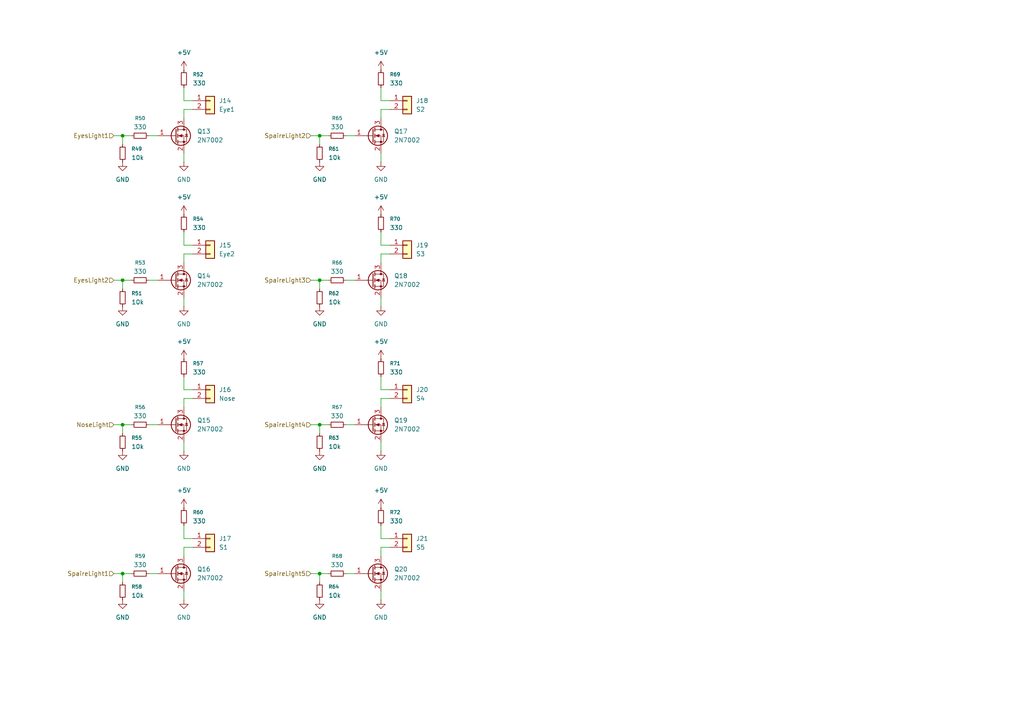
<source format=kicad_sch>
(kicad_sch (version 20250114) (generator "eeschema") (generator_version "9.0")
  (paper "A4")
  (title_block (title "${Project Title}") (date "2025-07-26") (rev "${Revision}") (company "${Company Name}") (comment 1 "${Designed By}"))
  (lib_symbols
    (symbol "Connector_Generic:Conn_01x02" (pin_names (offset 1.016) (hide yes))
      (property "Reference" "J" (at 0 2.54 0))
      (property "Value" "Conn_01x02" (at 0 -5.08 0))
      (symbol "Conn_01x02_1_1"
        (rectangle (start -1.27 1.27) (end 1.27 -3.81) (stroke (width 0.254)) (fill (type background)))
        (rectangle (start -1.27 0.127) (end 0 -0.127) (stroke (width 0.1524)))
        (rectangle (start -1.27 -2.413) (end 0 -2.667) (stroke (width 0.1524)))
        (pin passive line (at -5.08 0 0) (length 3.81) (name "Pin_1") (number "1"))
        (pin passive line (at -5.08 -2.54 0) (length 3.81) (name "Pin_2") (number "2"))
      )
    )
    (symbol "Device:R_Small" (pin_numbers (hide yes)) (pin_names (offset 0.254) (hide yes))
      (property "Reference" "R" (at 0 0 90))
      (property "Value" "R_Small" (at 1.778 0 90))
      (symbol "R_Small_0_1"
        (rectangle (start -0.762 1.778) (end 0.762 -1.778) (stroke (width 0.2032)))
      )
      (symbol "R_Small_1_1"
        (pin passive line (at 0 2.54 270) (length 0.762) (name "~") (number "1"))
        (pin passive line (at 0 -2.54 90) (length 0.762) (name "~") (number "2"))
      )
    )
    (symbol "Transistor_FET:2N7002" (pin_names (offset 0) (hide yes))
      (property "Reference" "Q" (at 5.08 1.905 0))
      (property "Value" "2N7002" (at 5.08 0 0))
      (symbol "2N7002_0_1"
        (polyline (pts (xy 0.254 1.905) (xy 0.254 -1.905)) (stroke (width 0.254)))
        (polyline (pts (xy 0.254 0) (xy -2.54 0)))
        (polyline (pts (xy 0.762 2.286) (xy 0.762 1.27)) (stroke (width 0.254)))
        (polyline (pts (xy 0.762 0.508) (xy 0.762 -0.508)) (stroke (width 0.254)))
        (polyline (pts (xy 0.762 -1.27) (xy 0.762 -2.286)) (stroke (width 0.254)))
        (polyline (pts (xy 0.762 -1.778) (xy 3.302 -1.778) (xy 3.302 1.778) (xy 0.762 1.778)))
        (polyline (pts (xy 1.016 0) (xy 2.032 0.381) (xy 2.032 -0.381) (xy 1.016 0)) (fill (type outline)))
        (circle (center 1.651 0) (radius 2.794) (stroke (width 0.254)))
        (polyline (pts (xy 2.54 2.54) (xy 2.54 1.778)))
        (circle (center 2.54 1.778) (radius 0.254) (fill (type outline)))
        (circle (center 2.54 -1.778) (radius 0.254) (fill (type outline)))
        (polyline (pts (xy 2.54 -2.54) (xy 2.54 0) (xy 0.762 0)))
        (polyline (pts (xy 2.921 0.381) (xy 3.683 0.381)))
        (polyline (pts (xy 3.302 0.381) (xy 2.921 -0.254) (xy 3.683 -0.254) (xy 3.302 0.381)))
      )
      (symbol "2N7002_1_1"
        (pin input line (at -5.08 0 0) (length 2.54) (name "G") (number "1"))
        (pin passive line (at 2.54 5.08 270) (length 2.54) (name "D") (number "3"))
        (pin passive line (at 2.54 -5.08 90) (length 2.54) (name "S") (number "2"))
      )
    )
    (symbol "power:+5V" (power) (pin_numbers (hide yes)) (pin_names (offset 0) (hide yes))
      (property "Value" "+5V" (at 0 3.556 0))
      (symbol "+5V_0_1"
        (polyline (pts (xy -0.762 1.27) (xy 0 2.54)))
        (polyline (pts (xy 0 2.54) (xy 0.762 1.27)))
        (polyline (pts (xy 0 0) (xy 0 2.54)))
      )
      (symbol "+5V_1_1"
        (pin power_in line (at 0 0 90) (length 0) (name "~") (number "1"))
      )
    )
    (symbol "power:GND" (power) (pin_numbers (hide yes)) (pin_names (offset 0) (hide yes))
      (property "Value" "GND" (at 0 -3.81 0))
      (symbol "GND_0_1"
        (polyline (pts (xy 0 0) (xy 0 -1.27) (xy 1.27 -1.27) (xy 0 -2.54) (xy -1.27 -1.27) (xy 0 -1.27)))
      )
      (symbol "GND_1_1"
        (pin power_in line (at 0 0 270) (length 0) (name "~") (number "1"))
      )
    )
  )
  (junction (at 35.56 166.37))
  (junction (at 92.71 81.28))
  (junction (at 35.56 123.19))
  (junction (at 35.56 81.28))
  (junction (at 92.71 39.37))
  (junction (at 92.71 123.19))
  (junction (at 35.56 39.37))
  (junction (at 92.71 166.37))
  (wire (pts (xy 53.34 86.36) (xy 53.34 88.9)))
  (wire (pts (xy 53.34 156.21) (xy 53.34 152.4)))
  (wire (pts (xy 92.71 81.28) (xy 95.25 81.28)))
  (wire (pts (xy 53.34 73.66) (xy 53.34 76.2)))
  (wire (pts (xy 90.17 81.28) (xy 92.71 81.28)))
  (wire (pts (xy 92.71 123.19) (xy 95.25 123.19)))
  (wire (pts (xy 53.34 171.45) (xy 53.34 173.99)))
  (wire (pts (xy 53.34 113.03) (xy 53.34 109.22)))
  (wire (pts (xy 92.71 125.73) (xy 92.71 123.19)))
  (wire (pts (xy 110.49 31.75) (xy 113.03 31.75)))
  (wire (pts (xy 33.02 39.37) (xy 35.56 39.37)))
  (wire (pts (xy 43.18 39.37) (xy 45.72 39.37)))
  (wire (pts (xy 35.56 166.37) (xy 38.1 166.37)))
  (wire (pts (xy 53.34 158.75) (xy 53.34 161.29)))
  (wire (pts (xy 113.03 156.21) (xy 110.49 156.21)))
  (wire (pts (xy 55.88 29.21) (xy 53.34 29.21)))
  (wire (pts (xy 110.49 73.66) (xy 113.03 73.66)))
  (wire (pts (xy 55.88 71.12) (xy 53.34 71.12)))
  (wire (pts (xy 110.49 158.75) (xy 110.49 161.29)))
  (wire (pts (xy 100.33 166.37) (xy 102.87 166.37)))
  (wire (pts (xy 113.03 29.21) (xy 110.49 29.21)))
  (wire (pts (xy 110.49 128.27) (xy 110.49 130.81)))
  (wire (pts (xy 53.34 115.57) (xy 53.34 118.11)))
  (wire (pts (xy 110.49 31.75) (xy 110.49 34.29)))
  (wire (pts (xy 110.49 71.12) (xy 110.49 67.31)))
  (wire (pts (xy 110.49 115.57) (xy 113.03 115.57)))
  (wire (pts (xy 110.49 171.45) (xy 110.49 173.99)))
  (wire (pts (xy 113.03 71.12) (xy 110.49 71.12)))
  (wire (pts (xy 53.34 31.75) (xy 55.88 31.75)))
  (wire (pts (xy 53.34 73.66) (xy 55.88 73.66)))
  (wire (pts (xy 35.56 81.28) (xy 38.1 81.28)))
  (wire (pts (xy 110.49 44.45) (xy 110.49 46.99)))
  (wire (pts (xy 53.34 71.12) (xy 53.34 67.31)))
  (wire (pts (xy 92.71 83.82) (xy 92.71 81.28)))
  (wire (pts (xy 90.17 166.37) (xy 92.71 166.37)))
  (wire (pts (xy 92.71 168.91) (xy 92.71 166.37)))
  (wire (pts (xy 35.56 123.19) (xy 38.1 123.19)))
  (wire (pts (xy 100.33 123.19) (xy 102.87 123.19)))
  (wire (pts (xy 100.33 39.37) (xy 102.87 39.37)))
  (wire (pts (xy 110.49 158.75) (xy 113.03 158.75)))
  (wire (pts (xy 43.18 81.28) (xy 45.72 81.28)))
  (wire (pts (xy 33.02 123.19) (xy 35.56 123.19)))
  (wire (pts (xy 53.34 158.75) (xy 55.88 158.75)))
  (wire (pts (xy 35.56 41.91) (xy 35.56 39.37)))
  (wire (pts (xy 110.49 156.21) (xy 110.49 152.4)))
  (wire (pts (xy 110.49 115.57) (xy 110.49 118.11)))
  (wire (pts (xy 110.49 29.21) (xy 110.49 25.4)))
  (wire (pts (xy 35.56 168.91) (xy 35.56 166.37)))
  (wire (pts (xy 110.49 113.03) (xy 110.49 109.22)))
  (wire (pts (xy 90.17 123.19) (xy 92.71 123.19)))
  (wire (pts (xy 92.71 39.37) (xy 95.25 39.37)))
  (wire (pts (xy 113.03 113.03) (xy 110.49 113.03)))
  (wire (pts (xy 33.02 81.28) (xy 35.56 81.28)))
  (wire (pts (xy 55.88 156.21) (xy 53.34 156.21)))
  (wire (pts (xy 100.33 81.28) (xy 102.87 81.28)))
  (wire (pts (xy 90.17 39.37) (xy 92.71 39.37)))
  (wire (pts (xy 55.88 113.03) (xy 53.34 113.03)))
  (wire (pts (xy 43.18 123.19) (xy 45.72 123.19)))
  (wire (pts (xy 92.71 166.37) (xy 95.25 166.37)))
  (wire (pts (xy 92.71 41.91) (xy 92.71 39.37)))
  (wire (pts (xy 110.49 86.36) (xy 110.49 88.9)))
  (wire (pts (xy 33.02 166.37) (xy 35.56 166.37)))
  (wire (pts (xy 35.56 39.37) (xy 38.1 39.37)))
  (wire (pts (xy 110.49 73.66) (xy 110.49 76.2)))
  (wire (pts (xy 35.56 83.82) (xy 35.56 81.28)))
  (wire (pts (xy 53.34 115.57) (xy 55.88 115.57)))
  (wire (pts (xy 53.34 44.45) (xy 53.34 46.99)))
  (wire (pts (xy 53.34 128.27) (xy 53.34 130.81)))
  (wire (pts (xy 53.34 29.21) (xy 53.34 25.4)))
  (wire (pts (xy 35.56 125.73) (xy 35.56 123.19)))
  (wire (pts (xy 53.34 31.75) (xy 53.34 34.29)))
  (wire (pts (xy 43.18 166.37) (xy 45.72 166.37)))
  (hierarchical_label "SpaireLight5" (shape input) (at 90.17 166.37 180))
  (hierarchical_label "NoseLight" (shape input) (at 33.02 123.19 180))
  (hierarchical_label "EyesLight2" (shape input) (at 33.02 81.28 180))
  (hierarchical_label "EyesLight1" (shape input) (at 33.02 39.37 180))
  (hierarchical_label "SpaireLight1" (shape input) (at 33.02 166.37 180))
  (hierarchical_label "SpaireLight2" (shape input) (at 90.17 39.37 180))
  (hierarchical_label "SpaireLight4" (shape input) (at 90.17 123.19 180))
  (hierarchical_label "SpaireLight3" (shape input) (at 90.17 81.28 180))
  (symbol (lib_id "Device:R_Small") (at 40.64 166.37 90) (unit 1)
    (property "Reference" "R59" (at 40.64 161.29 90) (effects (font (size 1.016 1.016))))
    (property "Value" "330" (at 40.64 163.83 90))
    (property "Footprint" "Resistor_SMD:R_0805_2012Metric_Pad1.20x1.40mm_HandSolder" (effects (hide yes)))
    (property "Description" "Resistor, small symbol" (effects (hide yes)))
  )
  (symbol (lib_id "Connector_Generic:Conn_01x02") (at 60.96 29.21 0) (unit 1)
    (property "Reference" "J14" (at 63.5 29.2099 0) (effects (justify left)))
    (property "Value" "Eye1" (at 63.5 31.7499 0) (effects (justify left)))
    (property "Footprint" "Connector_JST:JST_XA_B02B-XASK-1_1x02_P2.50mm_Vertical" (effects (hide yes)))
    (property "Description" "Generic connector, single row, 01x02, script generated (kicad-library-utils/schlib/autogen/connector/)" (effects (hide yes)))
  )
  (symbol (lib_id "Connector_Generic:Conn_01x02") (at 60.96 113.03 0) (unit 1)
    (property "Reference" "J16" (at 63.5 113.0299 0) (effects (justify left)))
    (property "Value" "Nose" (at 63.5 115.5699 0) (effects (justify left)))
    (property "Footprint" "Connector_JST:JST_XA_B02B-XASK-1_1x02_P2.50mm_Vertical" (effects (hide yes)))
    (property "Description" "Generic connector, single row, 01x02, script generated (kicad-library-utils/schlib/autogen/connector/)" (effects (hide yes)))
  )
  (symbol (lib_id "power:GND") (at 110.49 130.81 0) (unit 1)
    (property "Reference" "#PWR088" (effects (hide yes)))
    (property "Value" "GND" (at 110.49 135.89 0))
    (property "Description" "Power symbol creates a global label with name \"GND\" , ground" (effects (hide yes)))
  )
  (symbol (lib_id "power:GND") (at 53.34 88.9 0) (unit 1)
    (property "Reference" "#PWR072" (effects (hide yes)))
    (property "Value" "GND" (at 53.34 93.98 0))
    (property "Description" "Power symbol creates a global label with name \"GND\" , ground" (effects (hide yes)))
  )
  (symbol (lib_id "Device:R_Small") (at 40.64 123.19 90) (unit 1)
    (property "Reference" "R56" (at 40.64 118.11 90) (effects (font (size 1.016 1.016))))
    (property "Value" "330" (at 40.64 120.65 90))
    (property "Footprint" "Resistor_SMD:R_0805_2012Metric_Pad1.20x1.40mm_HandSolder" (effects (hide yes)))
    (property "Description" "Resistor, small symbol" (effects (hide yes)))
  )
  (symbol (lib_id "power:GND") (at 92.71 130.81 0) (unit 1)
    (property "Reference" "#PWR081" (effects (hide yes)))
    (property "Value" "GND" (at 92.71 135.89 0))
    (property "Description" "Power symbol creates a global label with name \"GND\" , ground" (effects (hide yes)))
  )
  (symbol (lib_id "power:GND") (at 110.49 88.9 0) (unit 1)
    (property "Reference" "#PWR086" (effects (hide yes)))
    (property "Value" "GND" (at 110.49 93.98 0))
    (property "Description" "Power symbol creates a global label with name \"GND\" , ground" (effects (hide yes)))
  )
  (symbol (lib_id "power:GND") (at 110.49 173.99 0) (unit 1)
    (property "Reference" "#PWR090" (effects (hide yes)))
    (property "Value" "GND" (at 110.49 179.07 0))
    (property "Description" "Power symbol creates a global label with name \"GND\" , ground" (effects (hide yes)))
  )
  (symbol (lib_id "power:+5V") (at 53.34 147.32 0) (unit 1)
    (property "Reference" "#PWR077" (effects (hide yes)))
    (property "Value" "+5V" (at 53.34 142.24 0))
    (property "Description" "Power symbol creates a global label with name \"+5V\"" (effects (hide yes)))
  )
  (symbol (lib_id "power:GND") (at 35.56 88.9 0) (unit 1)
    (property "Reference" "#PWR068" (effects (hide yes)))
    (property "Value" "GND" (at 35.56 93.98 0))
    (property "Description" "Power symbol creates a global label with name \"GND\" , ground" (effects (hide yes)))
  )
  (symbol (lib_id "Connector_Generic:Conn_01x02") (at 118.11 29.21 0) (unit 1)
    (property "Reference" "J18" (at 120.65 29.2099 0) (effects (justify left)))
    (property "Value" "S2" (at 120.65 31.7499 0) (effects (justify left)))
    (property "Footprint" "Connector_JST:JST_XA_B02B-XASK-1_1x02_P2.50mm_Vertical" (effects (hide yes)))
    (property "Description" "Generic connector, single row, 01x02, script generated (kicad-library-utils/schlib/autogen/connector/)" (effects (hide yes)))
  )
  (symbol (lib_id "Device:R_Small") (at 97.79 39.37 90) (unit 1)
    (property "Reference" "R65" (at 97.79 34.29 90) (effects (font (size 1.016 1.016))))
    (property "Value" "330" (at 97.79 36.83 90))
    (property "Footprint" "Resistor_SMD:R_0805_2012Metric_Pad1.20x1.40mm_HandSolder" (effects (hide yes)))
    (property "Description" "Resistor, small symbol" (effects (hide yes)))
  )
  (symbol (lib_id "Transistor_FET:2N7002") (at 107.95 123.19 0) (unit 1)
    (property "Reference" "Q19" (at 114.3 121.9199 0) (effects (justify left)))
    (property "Value" "2N7002" (at 114.3 124.4599 0) (effects (justify left)))
    (property "Footprint" "Package_TO_SOT_SMD:SOT-23" (effects (hide yes)))
    (property "Datasheet" "https://www.onsemi.com/pub/Collateral/NDS7002A-D.PDF" (effects (hide yes)))
    (property "Description" "0.115A Id, 60V Vds, N-Channel MOSFET, SOT-23" (effects (hide yes)))
  )
  (symbol (lib_id "Device:R_Small") (at 53.34 149.86 180) (unit 1)
    (property "Reference" "R60" (at 55.88 148.5899 0) (effects (font (size 1.016 1.016)) (justify right)))
    (property "Value" "330" (at 55.88 151.1299 0) (effects (justify right)))
    (property "Footprint" "Resistor_SMD:R_0805_2012Metric_Pad1.20x1.40mm_HandSolder" (effects (hide yes)))
    (property "Description" "Resistor, small symbol" (effects (hide yes)))
  )
  (symbol (lib_id "power:GND") (at 92.71 88.9 0) (unit 1)
    (property "Reference" "#PWR080" (effects (hide yes)))
    (property "Value" "GND" (at 92.71 93.98 0))
    (property "Description" "Power symbol creates a global label with name \"GND\" , ground" (effects (hide yes)))
  )
  (symbol (lib_id "Connector_Generic:Conn_01x02") (at 60.96 71.12 0) (unit 1)
    (property "Reference" "J15" (at 63.5 71.1199 0) (effects (justify left)))
    (property "Value" "Eye2" (at 63.5 73.6599 0) (effects (justify left)))
    (property "Footprint" "Connector_JST:JST_XA_B02B-XASK-1_1x02_P2.50mm_Vertical" (effects (hide yes)))
    (property "Description" "Generic connector, single row, 01x02, script generated (kicad-library-utils/schlib/autogen/connector/)" (effects (hide yes)))
  )
  (symbol (lib_id "Transistor_FET:2N7002") (at 50.8 123.19 0) (unit 1)
    (property "Reference" "Q15" (at 57.15 121.9199 0) (effects (justify left)))
    (property "Value" "2N7002" (at 57.15 124.4599 0) (effects (justify left)))
    (property "Footprint" "Package_TO_SOT_SMD:SOT-23" (effects (hide yes)))
    (property "Datasheet" "https://www.onsemi.com/pub/Collateral/NDS7002A-D.PDF" (effects (hide yes)))
    (property "Description" "0.115A Id, 60V Vds, N-Channel MOSFET, SOT-23" (effects (hide yes)))
  )
  (symbol (lib_id "Device:R_Small") (at 97.79 81.28 90) (unit 1)
    (property "Reference" "R66" (at 97.79 76.2 90) (effects (font (size 1.016 1.016))))
    (property "Value" "330" (at 97.79 78.74 90))
    (property "Footprint" "Resistor_SMD:R_0805_2012Metric_Pad1.20x1.40mm_HandSolder" (effects (hide yes)))
    (property "Description" "Resistor, small symbol" (effects (hide yes)))
  )
  (symbol (lib_id "Device:R_Small") (at 53.34 64.77 180) (unit 1)
    (property "Reference" "R54" (at 55.88 63.4999 0) (effects (font (size 1.016 1.016)) (justify right)))
    (property "Value" "330" (at 55.88 66.0399 0) (effects (justify right)))
    (property "Footprint" "Resistor_SMD:R_0805_2012Metric_Pad1.20x1.40mm_HandSolder" (effects (hide yes)))
    (property "Description" "Resistor, small symbol" (effects (hide yes)))
  )
  (symbol (lib_id "Transistor_FET:2N7002") (at 50.8 166.37 0) (unit 1)
    (property "Reference" "Q16" (at 57.15 165.0999 0) (effects (justify left)))
    (property "Value" "2N7002" (at 57.15 167.6399 0) (effects (justify left)))
    (property "Footprint" "Package_TO_SOT_SMD:SOT-23" (effects (hide yes)))
    (property "Datasheet" "https://www.onsemi.com/pub/Collateral/NDS7002A-D.PDF" (effects (hide yes)))
    (property "Description" "0.115A Id, 60V Vds, N-Channel MOSFET, SOT-23" (effects (hide yes)))
  )
  (symbol (lib_id "Device:R_Small") (at 110.49 64.77 180) (unit 1)
    (property "Reference" "R70" (at 113.03 63.4999 0) (effects (font (size 1.016 1.016)) (justify right)))
    (property "Value" "330" (at 113.03 66.0399 0) (effects (justify right)))
    (property "Footprint" "Resistor_SMD:R_0805_2012Metric_Pad1.20x1.40mm_HandSolder" (effects (hide yes)))
    (property "Description" "Resistor, small symbol" (effects (hide yes)))
  )
  (symbol (lib_id "Device:R_Small") (at 92.71 171.45 0) (unit 1)
    (property "Reference" "R64" (at 95.25 170.1799 0) (effects (font (size 1.016 1.016)) (justify left)))
    (property "Value" "10k" (at 95.25 172.7199 0) (effects (justify left)))
    (property "Footprint" "Resistor_SMD:R_0805_2012Metric_Pad1.20x1.40mm_HandSolder" (effects (hide yes)))
    (property "Description" "Resistor, small symbol" (effects (hide yes)))
  )
  (symbol (lib_id "Device:R_Small") (at 97.79 166.37 90) (unit 1)
    (property "Reference" "R68" (at 97.79 161.29 90) (effects (font (size 1.016 1.016))))
    (property "Value" "330" (at 97.79 163.83 90))
    (property "Footprint" "Resistor_SMD:R_0805_2012Metric_Pad1.20x1.40mm_HandSolder" (effects (hide yes)))
    (property "Description" "Resistor, small symbol" (effects (hide yes)))
  )
  (symbol (lib_id "power:+5V") (at 110.49 62.23 0) (unit 1)
    (property "Reference" "#PWR085" (effects (hide yes)))
    (property "Value" "+5V" (at 110.49 57.15 0))
    (property "Description" "Power symbol creates a global label with name \"+5V\"" (effects (hide yes)))
  )
  (symbol (lib_id "Connector_Generic:Conn_01x02") (at 118.11 156.21 0) (unit 1)
    (property "Reference" "J21" (at 120.65 156.2099 0) (effects (justify left)))
    (property "Value" "S5" (at 120.65 158.7499 0) (effects (justify left)))
    (property "Footprint" "Connector_JST:JST_XA_B02B-XASK-1_1x02_P2.50mm_Vertical" (effects (hide yes)))
    (property "Description" "Generic connector, single row, 01x02, script generated (kicad-library-utils/schlib/autogen/connector/)" (effects (hide yes)))
  )
  (symbol (lib_id "power:GND") (at 92.71 46.99 0) (unit 1)
    (property "Reference" "#PWR079" (effects (hide yes)))
    (property "Value" "GND" (at 92.71 52.07 0))
    (property "Description" "Power symbol creates a global label with name \"GND\" , ground" (effects (hide yes)))
  )
  (symbol (lib_id "power:+5V") (at 110.49 104.14 0) (unit 1)
    (property "Reference" "#PWR087" (effects (hide yes)))
    (property "Value" "+5V" (at 110.49 99.06 0))
    (property "Description" "Power symbol creates a global label with name \"+5V\"" (effects (hide yes)))
  )
  (symbol (lib_id "Device:R_Small") (at 35.56 171.45 0) (unit 1)
    (property "Reference" "R58" (at 38.1 170.1799 0) (effects (font (size 1.016 1.016)) (justify left)))
    (property "Value" "10k" (at 38.1 172.7199 0) (effects (justify left)))
    (property "Footprint" "Resistor_SMD:R_0805_2012Metric_Pad1.20x1.40mm_HandSolder" (effects (hide yes)))
    (property "Description" "Resistor, small symbol" (effects (hide yes)))
  )
  (symbol (lib_id "power:+5V") (at 110.49 147.32 0) (unit 1)
    (property "Reference" "#PWR089" (effects (hide yes)))
    (property "Value" "+5V" (at 110.49 142.24 0))
    (property "Description" "Power symbol creates a global label with name \"+5V\"" (effects (hide yes)))
  )
  (symbol (lib_id "Device:R_Small") (at 35.56 44.45 0) (unit 1)
    (property "Reference" "R49" (at 38.1 43.1799 0) (effects (font (size 1.016 1.016)) (justify left)))
    (property "Value" "10k" (at 38.1 45.7199 0) (effects (justify left)))
    (property "Footprint" "Resistor_SMD:R_0805_2012Metric_Pad1.20x1.40mm_HandSolder" (effects (hide yes)))
    (property "Description" "Resistor, small symbol" (effects (hide yes)))
  )
  (symbol (lib_id "Device:R_Small") (at 53.34 106.68 180) (unit 1)
    (property "Reference" "R57" (at 55.88 105.4099 0) (effects (font (size 1.016 1.016)) (justify right)))
    (property "Value" "330" (at 55.88 107.9499 0) (effects (justify right)))
    (property "Footprint" "Resistor_SMD:R_0805_2012Metric_Pad1.20x1.40mm_HandSolder" (effects (hide yes)))
    (property "Description" "Resistor, small symbol" (effects (hide yes)))
  )
  (symbol (lib_id "power:GND") (at 53.34 173.99 0) (unit 1)
    (property "Reference" "#PWR078" (effects (hide yes)))
    (property "Value" "GND" (at 53.34 179.07 0))
    (property "Description" "Power symbol creates a global label with name \"GND\" , ground" (effects (hide yes)))
  )
  (symbol (lib_id "Device:R_Small") (at 110.49 106.68 180) (unit 1)
    (property "Reference" "R71" (at 113.03 105.4099 0) (effects (font (size 1.016 1.016)) (justify right)))
    (property "Value" "330" (at 113.03 107.9499 0) (effects (justify right)))
    (property "Footprint" "Resistor_SMD:R_0805_2012Metric_Pad1.20x1.40mm_HandSolder" (effects (hide yes)))
    (property "Description" "Resistor, small symbol" (effects (hide yes)))
  )
  (symbol (lib_id "Transistor_FET:2N7002") (at 50.8 39.37 0) (unit 1)
    (property "Reference" "Q13" (at 57.15 38.0999 0) (effects (justify left)))
    (property "Value" "2N7002" (at 57.15 40.6399 0) (effects (justify left)))
    (property "Footprint" "Package_TO_SOT_SMD:SOT-23" (effects (hide yes)))
    (property "Datasheet" "https://www.onsemi.com/pub/Collateral/NDS7002A-D.PDF" (effects (hide yes)))
    (property "Description" "0.115A Id, 60V Vds, N-Channel MOSFET, SOT-23" (effects (hide yes)))
  )
  (symbol (lib_id "Connector_Generic:Conn_01x02") (at 60.96 156.21 0) (unit 1)
    (property "Reference" "J17" (at 63.5 156.2099 0) (effects (justify left)))
    (property "Value" "S1" (at 63.5 158.7499 0) (effects (justify left)))
    (property "Footprint" "Connector_JST:JST_XA_B02B-XASK-1_1x02_P2.50mm_Vertical" (effects (hide yes)))
    (property "Description" "Generic connector, single row, 01x02, script generated (kicad-library-utils/schlib/autogen/connector/)" (effects (hide yes)))
  )
  (symbol (lib_id "Device:R_Small") (at 40.64 39.37 90) (unit 1)
    (property "Reference" "R50" (at 40.64 34.29 90) (effects (font (size 1.016 1.016))))
    (property "Value" "330" (at 40.64 36.83 90))
    (property "Footprint" "Resistor_SMD:R_0805_2012Metric_Pad1.20x1.40mm_HandSolder" (effects (hide yes)))
    (property "Description" "Resistor, small symbol" (effects (hide yes)))
  )
  (symbol (lib_id "Device:R_Small") (at 40.64 81.28 90) (unit 1)
    (property "Reference" "R53" (at 40.64 76.2 90) (effects (font (size 1.016 1.016))))
    (property "Value" "330" (at 40.64 78.74 90))
    (property "Footprint" "Resistor_SMD:R_0805_2012Metric_Pad1.20x1.40mm_HandSolder" (effects (hide yes)))
    (property "Description" "Resistor, small symbol" (effects (hide yes)))
  )
  (symbol (lib_id "power:GND") (at 53.34 46.99 0) (unit 1)
    (property "Reference" "#PWR069" (effects (hide yes)))
    (property "Value" "GND" (at 53.34 52.07 0))
    (property "Description" "Power symbol creates a global label with name \"GND\" , ground" (effects (hide yes)))
  )
  (symbol (lib_id "power:+5V") (at 110.49 20.32 0) (unit 1)
    (property "Reference" "#PWR083" (effects (hide yes)))
    (property "Value" "+5V" (at 110.49 15.24 0))
    (property "Description" "Power symbol creates a global label with name \"+5V\"" (effects (hide yes)))
  )
  (symbol (lib_id "power:+5V") (at 53.34 62.23 0) (unit 1)
    (property "Reference" "#PWR071" (effects (hide yes)))
    (property "Value" "+5V" (at 53.34 57.15 0))
    (property "Description" "Power symbol creates a global label with name \"+5V\"" (effects (hide yes)))
  )
  (symbol (lib_id "power:GND") (at 35.56 130.81 0) (unit 1)
    (property "Reference" "#PWR073" (effects (hide yes)))
    (property "Value" "GND" (at 35.56 135.89 0))
    (property "Description" "Power symbol creates a global label with name \"GND\" , ground" (effects (hide yes)))
  )
  (symbol (lib_id "Device:R_Small") (at 92.71 86.36 0) (unit 1)
    (property "Reference" "R62" (at 95.25 85.0899 0) (effects (font (size 1.016 1.016)) (justify left)))
    (property "Value" "10k" (at 95.25 87.6299 0) (effects (justify left)))
    (property "Footprint" "Resistor_SMD:R_0805_2012Metric_Pad1.20x1.40mm_HandSolder" (effects (hide yes)))
    (property "Description" "Resistor, small symbol" (effects (hide yes)))
  )
  (symbol (lib_id "power:GND") (at 35.56 173.99 0) (unit 1)
    (property "Reference" "#PWR076" (effects (hide yes)))
    (property "Value" "GND" (at 35.56 179.07 0))
    (property "Description" "Power symbol creates a global label with name \"GND\" , ground" (effects (hide yes)))
  )
  (symbol (lib_id "power:+5V") (at 53.34 20.32 0) (unit 1)
    (property "Reference" "#PWR070" (effects (hide yes)))
    (property "Value" "+5V" (at 53.34 15.24 0))
    (property "Description" "Power symbol creates a global label with name \"+5V\"" (effects (hide yes)))
  )
  (symbol (lib_id "power:GND") (at 53.34 130.81 0) (unit 1)
    (property "Reference" "#PWR075" (effects (hide yes)))
    (property "Value" "GND" (at 53.34 135.89 0))
    (property "Description" "Power symbol creates a global label with name \"GND\" , ground" (effects (hide yes)))
  )
  (symbol (lib_id "Transistor_FET:2N7002") (at 107.95 166.37 0) (unit 1)
    (property "Reference" "Q20" (at 114.3 165.0999 0) (effects (justify left)))
    (property "Value" "2N7002" (at 114.3 167.6399 0) (effects (justify left)))
    (property "Footprint" "Package_TO_SOT_SMD:SOT-23" (effects (hide yes)))
    (property "Datasheet" "https://www.onsemi.com/pub/Collateral/NDS7002A-D.PDF" (effects (hide yes)))
    (property "Description" "0.115A Id, 60V Vds, N-Channel MOSFET, SOT-23" (effects (hide yes)))
  )
  (symbol (lib_id "Device:R_Small") (at 92.71 44.45 0) (unit 1)
    (property "Reference" "R61" (at 95.25 43.1799 0) (effects (font (size 1.016 1.016)) (justify left)))
    (property "Value" "10k" (at 95.25 45.7199 0) (effects (justify left)))
    (property "Footprint" "Resistor_SMD:R_0805_2012Metric_Pad1.20x1.40mm_HandSolder" (effects (hide yes)))
    (property "Description" "Resistor, small symbol" (effects (hide yes)))
  )
  (symbol (lib_id "Connector_Generic:Conn_01x02") (at 118.11 113.03 0) (unit 1)
    (property "Reference" "J20" (at 120.65 113.0299 0) (effects (justify left)))
    (property "Value" "S4" (at 120.65 115.5699 0) (effects (justify left)))
    (property "Footprint" "Connector_JST:JST_XA_B02B-XASK-1_1x02_P2.50mm_Vertical" (effects (hide yes)))
    (property "Description" "Generic connector, single row, 01x02, script generated (kicad-library-utils/schlib/autogen/connector/)" (effects (hide yes)))
  )
  (symbol (lib_id "Device:R_Small") (at 53.34 22.86 180) (unit 1)
    (property "Reference" "R52" (at 55.88 21.5899 0) (effects (font (size 1.016 1.016)) (justify right)))
    (property "Value" "330" (at 55.88 24.1299 0) (effects (justify right)))
    (property "Footprint" "Resistor_SMD:R_0805_2012Metric_Pad1.20x1.40mm_HandSolder" (effects (hide yes)))
    (property "Description" "Resistor, small symbol" (effects (hide yes)))
  )
  (symbol (lib_id "power:GND") (at 35.56 46.99 0) (unit 1)
    (property "Reference" "#PWR067" (effects (hide yes)))
    (property "Value" "GND" (at 35.56 52.07 0))
    (property "Description" "Power symbol creates a global label with name \"GND\" , ground" (effects (hide yes)))
  )
  (symbol (lib_id "Device:R_Small") (at 110.49 22.86 180) (unit 1)
    (property "Reference" "R69" (at 113.03 21.5899 0) (effects (font (size 1.016 1.016)) (justify right)))
    (property "Value" "330" (at 113.03 24.1299 0) (effects (justify right)))
    (property "Footprint" "Resistor_SMD:R_0805_2012Metric_Pad1.20x1.40mm_HandSolder" (effects (hide yes)))
    (property "Description" "Resistor, small symbol" (effects (hide yes)))
  )
  (symbol (lib_id "power:+5V") (at 53.34 104.14 0) (unit 1)
    (property "Reference" "#PWR074" (effects (hide yes)))
    (property "Value" "+5V" (at 53.34 99.06 0))
    (property "Description" "Power symbol creates a global label with name \"+5V\"" (effects (hide yes)))
  )
  (symbol (lib_id "Transistor_FET:2N7002") (at 107.95 81.28 0) (unit 1)
    (property "Reference" "Q18" (at 114.3 80.0099 0) (effects (justify left)))
    (property "Value" "2N7002" (at 114.3 82.5499 0) (effects (justify left)))
    (property "Footprint" "Package_TO_SOT_SMD:SOT-23" (effects (hide yes)))
    (property "Datasheet" "https://www.onsemi.com/pub/Collateral/NDS7002A-D.PDF" (effects (hide yes)))
    (property "Description" "0.115A Id, 60V Vds, N-Channel MOSFET, SOT-23" (effects (hide yes)))
  )
  (symbol (lib_id "Device:R_Small") (at 35.56 86.36 0) (unit 1)
    (property "Reference" "R51" (at 38.1 85.0899 0) (effects (font (size 1.016 1.016)) (justify left)))
    (property "Value" "10k" (at 38.1 87.6299 0) (effects (justify left)))
    (property "Footprint" "Resistor_SMD:R_0805_2012Metric_Pad1.20x1.40mm_HandSolder" (effects (hide yes)))
    (property "Description" "Resistor, small symbol" (effects (hide yes)))
  )
  (symbol (lib_id "Device:R_Small") (at 35.56 128.27 0) (unit 1)
    (property "Reference" "R55" (at 38.1 126.9999 0) (effects (font (size 1.016 1.016)) (justify left)))
    (property "Value" "10k" (at 38.1 129.5399 0) (effects (justify left)))
    (property "Footprint" "Resistor_SMD:R_0805_2012Metric_Pad1.20x1.40mm_HandSolder" (effects (hide yes)))
    (property "Description" "Resistor, small symbol" (effects (hide yes)))
  )
  (symbol (lib_id "Device:R_Small") (at 110.49 149.86 180) (unit 1)
    (property "Reference" "R72" (at 113.03 148.5899 0) (effects (font (size 1.016 1.016)) (justify right)))
    (property "Value" "330" (at 113.03 151.1299 0) (effects (justify right)))
    (property "Footprint" "Resistor_SMD:R_0805_2012Metric_Pad1.20x1.40mm_HandSolder" (effects (hide yes)))
    (property "Description" "Resistor, small symbol" (effects (hide yes)))
  )
  (symbol (lib_id "power:GND") (at 110.49 46.99 0) (unit 1)
    (property "Reference" "#PWR084" (effects (hide yes)))
    (property "Value" "GND" (at 110.49 52.07 0))
    (property "Description" "Power symbol creates a global label with name \"GND\" , ground" (effects (hide yes)))
  )
  (symbol (lib_id "Device:R_Small") (at 97.79 123.19 90) (unit 1)
    (property "Reference" "R67" (at 97.79 118.11 90) (effects (font (size 1.016 1.016))))
    (property "Value" "330" (at 97.79 120.65 90))
    (property "Footprint" "Resistor_SMD:R_0805_2012Metric_Pad1.20x1.40mm_HandSolder" (effects (hide yes)))
    (property "Description" "Resistor, small symbol" (effects (hide yes)))
  )
  (symbol (lib_id "power:GND") (at 92.71 173.99 0) (unit 1)
    (property "Reference" "#PWR082" (effects (hide yes)))
    (property "Value" "GND" (at 92.71 179.07 0))
    (property "Description" "Power symbol creates a global label with name \"GND\" , ground" (effects (hide yes)))
  )
  (symbol (lib_id "Connector_Generic:Conn_01x02") (at 118.11 71.12 0) (unit 1)
    (property "Reference" "J19" (at 120.65 71.1199 0) (effects (justify left)))
    (property "Value" "S3" (at 120.65 73.6599 0) (effects (justify left)))
    (property "Footprint" "Connector_JST:JST_XA_B02B-XASK-1_1x02_P2.50mm_Vertical" (effects (hide yes)))
    (property "Description" "Generic connector, single row, 01x02, script generated (kicad-library-utils/schlib/autogen/connector/)" (effects (hide yes)))
  )
  (symbol (lib_id "Transistor_FET:2N7002") (at 50.8 81.28 0) (unit 1)
    (property "Reference" "Q14" (at 57.15 80.0099 0) (effects (justify left)))
    (property "Value" "2N7002" (at 57.15 82.5499 0) (effects (justify left)))
    (property "Footprint" "Package_TO_SOT_SMD:SOT-23" (effects (hide yes)))
    (property "Datasheet" "https://www.onsemi.com/pub/Collateral/NDS7002A-D.PDF" (effects (hide yes)))
    (property "Description" "0.115A Id, 60V Vds, N-Channel MOSFET, SOT-23" (effects (hide yes)))
  )
  (symbol (lib_id "Device:R_Small") (at 92.71 128.27 0) (unit 1)
    (property "Reference" "R63" (at 95.25 126.9999 0) (effects (font (size 1.016 1.016)) (justify left)))
    (property "Value" "10k" (at 95.25 129.5399 0) (effects (justify left)))
    (property "Footprint" "Resistor_SMD:R_0805_2012Metric_Pad1.20x1.40mm_HandSolder" (effects (hide yes)))
    (property "Description" "Resistor, small symbol" (effects (hide yes)))
  )
  (symbol (lib_id "Transistor_FET:2N7002") (at 107.95 39.37 0) (unit 1)
    (property "Reference" "Q17" (at 114.3 38.0999 0) (effects (justify left)))
    (property "Value" "2N7002" (at 114.3 40.6399 0) (effects (justify left)))
    (property "Footprint" "Package_TO_SOT_SMD:SOT-23" (effects (hide yes)))
    (property "Datasheet" "https://www.onsemi.com/pub/Collateral/NDS7002A-D.PDF" (effects (hide yes)))
    (property "Description" "0.115A Id, 60V Vds, N-Channel MOSFET, SOT-23" (effects (hide yes)))
  )
)
</source>
